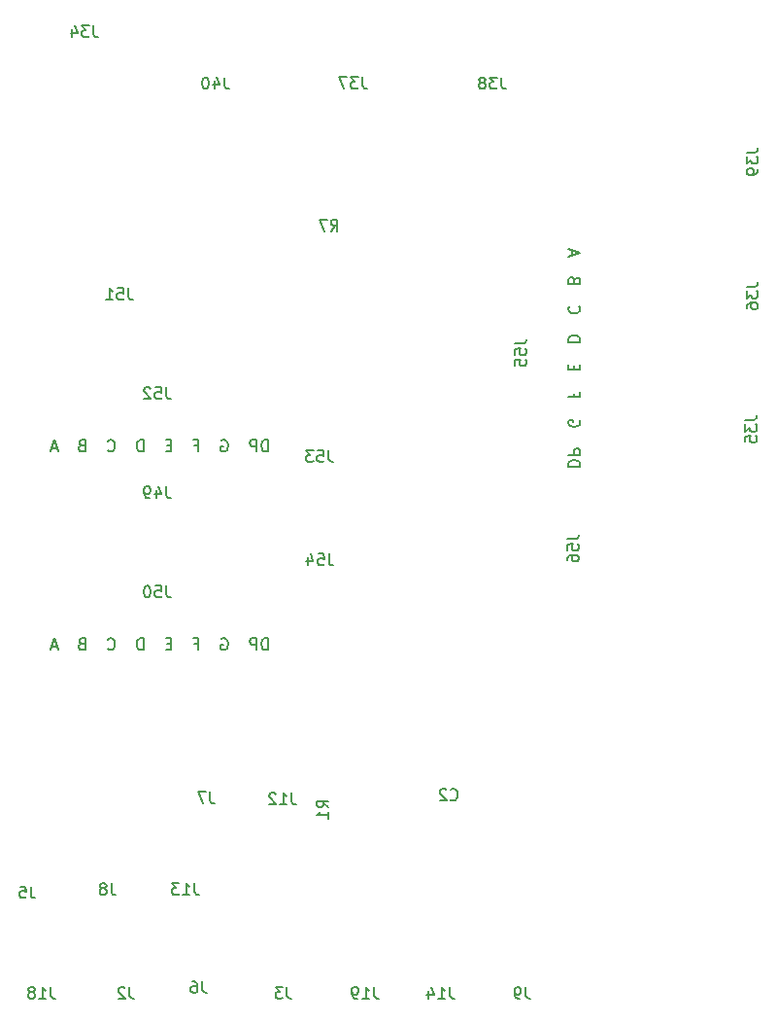
<source format=gbr>
%TF.GenerationSoftware,KiCad,Pcbnew,8.0.3*%
%TF.CreationDate,2024-11-29T12:56:50+10:00*%
%TF.ProjectId,Right Console Output,52696768-7420-4436-9f6e-736f6c65204f,rev?*%
%TF.SameCoordinates,Original*%
%TF.FileFunction,Legend,Bot*%
%TF.FilePolarity,Positive*%
%FSLAX46Y46*%
G04 Gerber Fmt 4.6, Leading zero omitted, Abs format (unit mm)*
G04 Created by KiCad (PCBNEW 8.0.3) date 2024-11-29 12:56:50*
%MOMM*%
%LPD*%
G01*
G04 APERTURE LIST*
%ADD10C,0.150000*%
G04 APERTURE END LIST*
D10*
X162744763Y-75562819D02*
X162744763Y-74562819D01*
X162744763Y-74562819D02*
X162506668Y-74562819D01*
X162506668Y-74562819D02*
X162363811Y-74610438D01*
X162363811Y-74610438D02*
X162268573Y-74705676D01*
X162268573Y-74705676D02*
X162220954Y-74800914D01*
X162220954Y-74800914D02*
X162173335Y-74991390D01*
X162173335Y-74991390D02*
X162173335Y-75134247D01*
X162173335Y-75134247D02*
X162220954Y-75324723D01*
X162220954Y-75324723D02*
X162268573Y-75419961D01*
X162268573Y-75419961D02*
X162363811Y-75515200D01*
X162363811Y-75515200D02*
X162506668Y-75562819D01*
X162506668Y-75562819D02*
X162744763Y-75562819D01*
X161744763Y-75562819D02*
X161744763Y-74562819D01*
X161744763Y-74562819D02*
X161363811Y-74562819D01*
X161363811Y-74562819D02*
X161268573Y-74610438D01*
X161268573Y-74610438D02*
X161220954Y-74658057D01*
X161220954Y-74658057D02*
X161173335Y-74753295D01*
X161173335Y-74753295D02*
X161173335Y-74896152D01*
X161173335Y-74896152D02*
X161220954Y-74991390D01*
X161220954Y-74991390D02*
X161268573Y-75039009D01*
X161268573Y-75039009D02*
X161363811Y-75086628D01*
X161363811Y-75086628D02*
X161744763Y-75086628D01*
X158697144Y-74610438D02*
X158792382Y-74562819D01*
X158792382Y-74562819D02*
X158935239Y-74562819D01*
X158935239Y-74562819D02*
X159078096Y-74610438D01*
X159078096Y-74610438D02*
X159173334Y-74705676D01*
X159173334Y-74705676D02*
X159220953Y-74800914D01*
X159220953Y-74800914D02*
X159268572Y-74991390D01*
X159268572Y-74991390D02*
X159268572Y-75134247D01*
X159268572Y-75134247D02*
X159220953Y-75324723D01*
X159220953Y-75324723D02*
X159173334Y-75419961D01*
X159173334Y-75419961D02*
X159078096Y-75515200D01*
X159078096Y-75515200D02*
X158935239Y-75562819D01*
X158935239Y-75562819D02*
X158840001Y-75562819D01*
X158840001Y-75562819D02*
X158697144Y-75515200D01*
X158697144Y-75515200D02*
X158649525Y-75467580D01*
X158649525Y-75467580D02*
X158649525Y-75134247D01*
X158649525Y-75134247D02*
X158840001Y-75134247D01*
X156363810Y-75039009D02*
X156697143Y-75039009D01*
X156697143Y-75562819D02*
X156697143Y-74562819D01*
X156697143Y-74562819D02*
X156220953Y-74562819D01*
X154316190Y-75039009D02*
X153982857Y-75039009D01*
X153840000Y-75562819D02*
X154316190Y-75562819D01*
X154316190Y-75562819D02*
X154316190Y-74562819D01*
X154316190Y-74562819D02*
X153840000Y-74562819D01*
X151887618Y-75562819D02*
X151887618Y-74562819D01*
X151887618Y-74562819D02*
X151649523Y-74562819D01*
X151649523Y-74562819D02*
X151506666Y-74610438D01*
X151506666Y-74610438D02*
X151411428Y-74705676D01*
X151411428Y-74705676D02*
X151363809Y-74800914D01*
X151363809Y-74800914D02*
X151316190Y-74991390D01*
X151316190Y-74991390D02*
X151316190Y-75134247D01*
X151316190Y-75134247D02*
X151363809Y-75324723D01*
X151363809Y-75324723D02*
X151411428Y-75419961D01*
X151411428Y-75419961D02*
X151506666Y-75515200D01*
X151506666Y-75515200D02*
X151649523Y-75562819D01*
X151649523Y-75562819D02*
X151887618Y-75562819D01*
X148792380Y-75467580D02*
X148839999Y-75515200D01*
X148839999Y-75515200D02*
X148982856Y-75562819D01*
X148982856Y-75562819D02*
X149078094Y-75562819D01*
X149078094Y-75562819D02*
X149220951Y-75515200D01*
X149220951Y-75515200D02*
X149316189Y-75419961D01*
X149316189Y-75419961D02*
X149363808Y-75324723D01*
X149363808Y-75324723D02*
X149411427Y-75134247D01*
X149411427Y-75134247D02*
X149411427Y-74991390D01*
X149411427Y-74991390D02*
X149363808Y-74800914D01*
X149363808Y-74800914D02*
X149316189Y-74705676D01*
X149316189Y-74705676D02*
X149220951Y-74610438D01*
X149220951Y-74610438D02*
X149078094Y-74562819D01*
X149078094Y-74562819D02*
X148982856Y-74562819D01*
X148982856Y-74562819D02*
X148839999Y-74610438D01*
X148839999Y-74610438D02*
X148792380Y-74658057D01*
X146506665Y-75039009D02*
X146363808Y-75086628D01*
X146363808Y-75086628D02*
X146316189Y-75134247D01*
X146316189Y-75134247D02*
X146268570Y-75229485D01*
X146268570Y-75229485D02*
X146268570Y-75372342D01*
X146268570Y-75372342D02*
X146316189Y-75467580D01*
X146316189Y-75467580D02*
X146363808Y-75515200D01*
X146363808Y-75515200D02*
X146459046Y-75562819D01*
X146459046Y-75562819D02*
X146839998Y-75562819D01*
X146839998Y-75562819D02*
X146839998Y-74562819D01*
X146839998Y-74562819D02*
X146506665Y-74562819D01*
X146506665Y-74562819D02*
X146411427Y-74610438D01*
X146411427Y-74610438D02*
X146363808Y-74658057D01*
X146363808Y-74658057D02*
X146316189Y-74753295D01*
X146316189Y-74753295D02*
X146316189Y-74848533D01*
X146316189Y-74848533D02*
X146363808Y-74943771D01*
X146363808Y-74943771D02*
X146411427Y-74991390D01*
X146411427Y-74991390D02*
X146506665Y-75039009D01*
X146506665Y-75039009D02*
X146839998Y-75039009D01*
X144363807Y-75277104D02*
X143887617Y-75277104D01*
X144459045Y-75562819D02*
X144125712Y-74562819D01*
X144125712Y-74562819D02*
X143792379Y-75562819D01*
X162744763Y-92834819D02*
X162744763Y-91834819D01*
X162744763Y-91834819D02*
X162506668Y-91834819D01*
X162506668Y-91834819D02*
X162363811Y-91882438D01*
X162363811Y-91882438D02*
X162268573Y-91977676D01*
X162268573Y-91977676D02*
X162220954Y-92072914D01*
X162220954Y-92072914D02*
X162173335Y-92263390D01*
X162173335Y-92263390D02*
X162173335Y-92406247D01*
X162173335Y-92406247D02*
X162220954Y-92596723D01*
X162220954Y-92596723D02*
X162268573Y-92691961D01*
X162268573Y-92691961D02*
X162363811Y-92787200D01*
X162363811Y-92787200D02*
X162506668Y-92834819D01*
X162506668Y-92834819D02*
X162744763Y-92834819D01*
X161744763Y-92834819D02*
X161744763Y-91834819D01*
X161744763Y-91834819D02*
X161363811Y-91834819D01*
X161363811Y-91834819D02*
X161268573Y-91882438D01*
X161268573Y-91882438D02*
X161220954Y-91930057D01*
X161220954Y-91930057D02*
X161173335Y-92025295D01*
X161173335Y-92025295D02*
X161173335Y-92168152D01*
X161173335Y-92168152D02*
X161220954Y-92263390D01*
X161220954Y-92263390D02*
X161268573Y-92311009D01*
X161268573Y-92311009D02*
X161363811Y-92358628D01*
X161363811Y-92358628D02*
X161744763Y-92358628D01*
X158697144Y-91882438D02*
X158792382Y-91834819D01*
X158792382Y-91834819D02*
X158935239Y-91834819D01*
X158935239Y-91834819D02*
X159078096Y-91882438D01*
X159078096Y-91882438D02*
X159173334Y-91977676D01*
X159173334Y-91977676D02*
X159220953Y-92072914D01*
X159220953Y-92072914D02*
X159268572Y-92263390D01*
X159268572Y-92263390D02*
X159268572Y-92406247D01*
X159268572Y-92406247D02*
X159220953Y-92596723D01*
X159220953Y-92596723D02*
X159173334Y-92691961D01*
X159173334Y-92691961D02*
X159078096Y-92787200D01*
X159078096Y-92787200D02*
X158935239Y-92834819D01*
X158935239Y-92834819D02*
X158840001Y-92834819D01*
X158840001Y-92834819D02*
X158697144Y-92787200D01*
X158697144Y-92787200D02*
X158649525Y-92739580D01*
X158649525Y-92739580D02*
X158649525Y-92406247D01*
X158649525Y-92406247D02*
X158840001Y-92406247D01*
X156363810Y-92311009D02*
X156697143Y-92311009D01*
X156697143Y-92834819D02*
X156697143Y-91834819D01*
X156697143Y-91834819D02*
X156220953Y-91834819D01*
X154316190Y-92311009D02*
X153982857Y-92311009D01*
X153840000Y-92834819D02*
X154316190Y-92834819D01*
X154316190Y-92834819D02*
X154316190Y-91834819D01*
X154316190Y-91834819D02*
X153840000Y-91834819D01*
X151887618Y-92834819D02*
X151887618Y-91834819D01*
X151887618Y-91834819D02*
X151649523Y-91834819D01*
X151649523Y-91834819D02*
X151506666Y-91882438D01*
X151506666Y-91882438D02*
X151411428Y-91977676D01*
X151411428Y-91977676D02*
X151363809Y-92072914D01*
X151363809Y-92072914D02*
X151316190Y-92263390D01*
X151316190Y-92263390D02*
X151316190Y-92406247D01*
X151316190Y-92406247D02*
X151363809Y-92596723D01*
X151363809Y-92596723D02*
X151411428Y-92691961D01*
X151411428Y-92691961D02*
X151506666Y-92787200D01*
X151506666Y-92787200D02*
X151649523Y-92834819D01*
X151649523Y-92834819D02*
X151887618Y-92834819D01*
X148792380Y-92739580D02*
X148839999Y-92787200D01*
X148839999Y-92787200D02*
X148982856Y-92834819D01*
X148982856Y-92834819D02*
X149078094Y-92834819D01*
X149078094Y-92834819D02*
X149220951Y-92787200D01*
X149220951Y-92787200D02*
X149316189Y-92691961D01*
X149316189Y-92691961D02*
X149363808Y-92596723D01*
X149363808Y-92596723D02*
X149411427Y-92406247D01*
X149411427Y-92406247D02*
X149411427Y-92263390D01*
X149411427Y-92263390D02*
X149363808Y-92072914D01*
X149363808Y-92072914D02*
X149316189Y-91977676D01*
X149316189Y-91977676D02*
X149220951Y-91882438D01*
X149220951Y-91882438D02*
X149078094Y-91834819D01*
X149078094Y-91834819D02*
X148982856Y-91834819D01*
X148982856Y-91834819D02*
X148839999Y-91882438D01*
X148839999Y-91882438D02*
X148792380Y-91930057D01*
X146506665Y-92311009D02*
X146363808Y-92358628D01*
X146363808Y-92358628D02*
X146316189Y-92406247D01*
X146316189Y-92406247D02*
X146268570Y-92501485D01*
X146268570Y-92501485D02*
X146268570Y-92644342D01*
X146268570Y-92644342D02*
X146316189Y-92739580D01*
X146316189Y-92739580D02*
X146363808Y-92787200D01*
X146363808Y-92787200D02*
X146459046Y-92834819D01*
X146459046Y-92834819D02*
X146839998Y-92834819D01*
X146839998Y-92834819D02*
X146839998Y-91834819D01*
X146839998Y-91834819D02*
X146506665Y-91834819D01*
X146506665Y-91834819D02*
X146411427Y-91882438D01*
X146411427Y-91882438D02*
X146363808Y-91930057D01*
X146363808Y-91930057D02*
X146316189Y-92025295D01*
X146316189Y-92025295D02*
X146316189Y-92120533D01*
X146316189Y-92120533D02*
X146363808Y-92215771D01*
X146363808Y-92215771D02*
X146411427Y-92263390D01*
X146411427Y-92263390D02*
X146506665Y-92311009D01*
X146506665Y-92311009D02*
X146839998Y-92311009D01*
X144363807Y-92549104D02*
X143887617Y-92549104D01*
X144459045Y-92834819D02*
X144125712Y-91834819D01*
X144125712Y-91834819D02*
X143792379Y-92834819D01*
X188953180Y-76892763D02*
X189953180Y-76892763D01*
X189953180Y-76892763D02*
X189953180Y-76654668D01*
X189953180Y-76654668D02*
X189905561Y-76511811D01*
X189905561Y-76511811D02*
X189810323Y-76416573D01*
X189810323Y-76416573D02*
X189715085Y-76368954D01*
X189715085Y-76368954D02*
X189524609Y-76321335D01*
X189524609Y-76321335D02*
X189381752Y-76321335D01*
X189381752Y-76321335D02*
X189191276Y-76368954D01*
X189191276Y-76368954D02*
X189096038Y-76416573D01*
X189096038Y-76416573D02*
X189000800Y-76511811D01*
X189000800Y-76511811D02*
X188953180Y-76654668D01*
X188953180Y-76654668D02*
X188953180Y-76892763D01*
X188953180Y-75892763D02*
X189953180Y-75892763D01*
X189953180Y-75892763D02*
X189953180Y-75511811D01*
X189953180Y-75511811D02*
X189905561Y-75416573D01*
X189905561Y-75416573D02*
X189857942Y-75368954D01*
X189857942Y-75368954D02*
X189762704Y-75321335D01*
X189762704Y-75321335D02*
X189619847Y-75321335D01*
X189619847Y-75321335D02*
X189524609Y-75368954D01*
X189524609Y-75368954D02*
X189476990Y-75416573D01*
X189476990Y-75416573D02*
X189429371Y-75511811D01*
X189429371Y-75511811D02*
X189429371Y-75892763D01*
X189905561Y-72845144D02*
X189953180Y-72940382D01*
X189953180Y-72940382D02*
X189953180Y-73083239D01*
X189953180Y-73083239D02*
X189905561Y-73226096D01*
X189905561Y-73226096D02*
X189810323Y-73321334D01*
X189810323Y-73321334D02*
X189715085Y-73368953D01*
X189715085Y-73368953D02*
X189524609Y-73416572D01*
X189524609Y-73416572D02*
X189381752Y-73416572D01*
X189381752Y-73416572D02*
X189191276Y-73368953D01*
X189191276Y-73368953D02*
X189096038Y-73321334D01*
X189096038Y-73321334D02*
X189000800Y-73226096D01*
X189000800Y-73226096D02*
X188953180Y-73083239D01*
X188953180Y-73083239D02*
X188953180Y-72988001D01*
X188953180Y-72988001D02*
X189000800Y-72845144D01*
X189000800Y-72845144D02*
X189048419Y-72797525D01*
X189048419Y-72797525D02*
X189381752Y-72797525D01*
X189381752Y-72797525D02*
X189381752Y-72988001D01*
X189476990Y-70511810D02*
X189476990Y-70845143D01*
X188953180Y-70845143D02*
X189953180Y-70845143D01*
X189953180Y-70845143D02*
X189953180Y-70368953D01*
X189476990Y-68464190D02*
X189476990Y-68130857D01*
X188953180Y-67988000D02*
X188953180Y-68464190D01*
X188953180Y-68464190D02*
X189953180Y-68464190D01*
X189953180Y-68464190D02*
X189953180Y-67988000D01*
X188953180Y-66035618D02*
X189953180Y-66035618D01*
X189953180Y-66035618D02*
X189953180Y-65797523D01*
X189953180Y-65797523D02*
X189905561Y-65654666D01*
X189905561Y-65654666D02*
X189810323Y-65559428D01*
X189810323Y-65559428D02*
X189715085Y-65511809D01*
X189715085Y-65511809D02*
X189524609Y-65464190D01*
X189524609Y-65464190D02*
X189381752Y-65464190D01*
X189381752Y-65464190D02*
X189191276Y-65511809D01*
X189191276Y-65511809D02*
X189096038Y-65559428D01*
X189096038Y-65559428D02*
X189000800Y-65654666D01*
X189000800Y-65654666D02*
X188953180Y-65797523D01*
X188953180Y-65797523D02*
X188953180Y-66035618D01*
X189048419Y-62940380D02*
X189000800Y-62987999D01*
X189000800Y-62987999D02*
X188953180Y-63130856D01*
X188953180Y-63130856D02*
X188953180Y-63226094D01*
X188953180Y-63226094D02*
X189000800Y-63368951D01*
X189000800Y-63368951D02*
X189096038Y-63464189D01*
X189096038Y-63464189D02*
X189191276Y-63511808D01*
X189191276Y-63511808D02*
X189381752Y-63559427D01*
X189381752Y-63559427D02*
X189524609Y-63559427D01*
X189524609Y-63559427D02*
X189715085Y-63511808D01*
X189715085Y-63511808D02*
X189810323Y-63464189D01*
X189810323Y-63464189D02*
X189905561Y-63368951D01*
X189905561Y-63368951D02*
X189953180Y-63226094D01*
X189953180Y-63226094D02*
X189953180Y-63130856D01*
X189953180Y-63130856D02*
X189905561Y-62987999D01*
X189905561Y-62987999D02*
X189857942Y-62940380D01*
X189476990Y-60654665D02*
X189429371Y-60511808D01*
X189429371Y-60511808D02*
X189381752Y-60464189D01*
X189381752Y-60464189D02*
X189286514Y-60416570D01*
X189286514Y-60416570D02*
X189143657Y-60416570D01*
X189143657Y-60416570D02*
X189048419Y-60464189D01*
X189048419Y-60464189D02*
X189000800Y-60511808D01*
X189000800Y-60511808D02*
X188953180Y-60607046D01*
X188953180Y-60607046D02*
X188953180Y-60987998D01*
X188953180Y-60987998D02*
X189953180Y-60987998D01*
X189953180Y-60987998D02*
X189953180Y-60654665D01*
X189953180Y-60654665D02*
X189905561Y-60559427D01*
X189905561Y-60559427D02*
X189857942Y-60511808D01*
X189857942Y-60511808D02*
X189762704Y-60464189D01*
X189762704Y-60464189D02*
X189667466Y-60464189D01*
X189667466Y-60464189D02*
X189572228Y-60511808D01*
X189572228Y-60511808D02*
X189524609Y-60559427D01*
X189524609Y-60559427D02*
X189476990Y-60654665D01*
X189476990Y-60654665D02*
X189476990Y-60987998D01*
X189238895Y-58511807D02*
X189238895Y-58035617D01*
X188953180Y-58607045D02*
X189953180Y-58273712D01*
X189953180Y-58273712D02*
X188953180Y-57940379D01*
X184290819Y-66170476D02*
X185005104Y-66170476D01*
X185005104Y-66170476D02*
X185147961Y-66122857D01*
X185147961Y-66122857D02*
X185243200Y-66027619D01*
X185243200Y-66027619D02*
X185290819Y-65884762D01*
X185290819Y-65884762D02*
X185290819Y-65789524D01*
X184290819Y-67122857D02*
X184290819Y-66646667D01*
X184290819Y-66646667D02*
X184767009Y-66599048D01*
X184767009Y-66599048D02*
X184719390Y-66646667D01*
X184719390Y-66646667D02*
X184671771Y-66741905D01*
X184671771Y-66741905D02*
X184671771Y-66980000D01*
X184671771Y-66980000D02*
X184719390Y-67075238D01*
X184719390Y-67075238D02*
X184767009Y-67122857D01*
X184767009Y-67122857D02*
X184862247Y-67170476D01*
X184862247Y-67170476D02*
X185100342Y-67170476D01*
X185100342Y-67170476D02*
X185195580Y-67122857D01*
X185195580Y-67122857D02*
X185243200Y-67075238D01*
X185243200Y-67075238D02*
X185290819Y-66980000D01*
X185290819Y-66980000D02*
X185290819Y-66741905D01*
X185290819Y-66741905D02*
X185243200Y-66646667D01*
X185243200Y-66646667D02*
X185195580Y-66599048D01*
X184290819Y-68075238D02*
X184290819Y-67599048D01*
X184290819Y-67599048D02*
X184767009Y-67551429D01*
X184767009Y-67551429D02*
X184719390Y-67599048D01*
X184719390Y-67599048D02*
X184671771Y-67694286D01*
X184671771Y-67694286D02*
X184671771Y-67932381D01*
X184671771Y-67932381D02*
X184719390Y-68027619D01*
X184719390Y-68027619D02*
X184767009Y-68075238D01*
X184767009Y-68075238D02*
X184862247Y-68122857D01*
X184862247Y-68122857D02*
X185100342Y-68122857D01*
X185100342Y-68122857D02*
X185195580Y-68075238D01*
X185195580Y-68075238D02*
X185243200Y-68027619D01*
X185243200Y-68027619D02*
X185290819Y-67932381D01*
X185290819Y-67932381D02*
X185290819Y-67694286D01*
X185290819Y-67694286D02*
X185243200Y-67599048D01*
X185243200Y-67599048D02*
X185195580Y-67551429D01*
X204366819Y-72825476D02*
X205081104Y-72825476D01*
X205081104Y-72825476D02*
X205223961Y-72777857D01*
X205223961Y-72777857D02*
X205319200Y-72682619D01*
X205319200Y-72682619D02*
X205366819Y-72539762D01*
X205366819Y-72539762D02*
X205366819Y-72444524D01*
X204366819Y-73206429D02*
X204366819Y-73825476D01*
X204366819Y-73825476D02*
X204747771Y-73492143D01*
X204747771Y-73492143D02*
X204747771Y-73635000D01*
X204747771Y-73635000D02*
X204795390Y-73730238D01*
X204795390Y-73730238D02*
X204843009Y-73777857D01*
X204843009Y-73777857D02*
X204938247Y-73825476D01*
X204938247Y-73825476D02*
X205176342Y-73825476D01*
X205176342Y-73825476D02*
X205271580Y-73777857D01*
X205271580Y-73777857D02*
X205319200Y-73730238D01*
X205319200Y-73730238D02*
X205366819Y-73635000D01*
X205366819Y-73635000D02*
X205366819Y-73349286D01*
X205366819Y-73349286D02*
X205319200Y-73254048D01*
X205319200Y-73254048D02*
X205271580Y-73206429D01*
X204366819Y-74730238D02*
X204366819Y-74254048D01*
X204366819Y-74254048D02*
X204843009Y-74206429D01*
X204843009Y-74206429D02*
X204795390Y-74254048D01*
X204795390Y-74254048D02*
X204747771Y-74349286D01*
X204747771Y-74349286D02*
X204747771Y-74587381D01*
X204747771Y-74587381D02*
X204795390Y-74682619D01*
X204795390Y-74682619D02*
X204843009Y-74730238D01*
X204843009Y-74730238D02*
X204938247Y-74777857D01*
X204938247Y-74777857D02*
X205176342Y-74777857D01*
X205176342Y-74777857D02*
X205271580Y-74730238D01*
X205271580Y-74730238D02*
X205319200Y-74682619D01*
X205319200Y-74682619D02*
X205366819Y-74587381D01*
X205366819Y-74587381D02*
X205366819Y-74349286D01*
X205366819Y-74349286D02*
X205319200Y-74254048D01*
X205319200Y-74254048D02*
X205271580Y-74206429D01*
X164809523Y-105296819D02*
X164809523Y-106011104D01*
X164809523Y-106011104D02*
X164857142Y-106153961D01*
X164857142Y-106153961D02*
X164952380Y-106249200D01*
X164952380Y-106249200D02*
X165095237Y-106296819D01*
X165095237Y-106296819D02*
X165190475Y-106296819D01*
X163809523Y-106296819D02*
X164380951Y-106296819D01*
X164095237Y-106296819D02*
X164095237Y-105296819D01*
X164095237Y-105296819D02*
X164190475Y-105439676D01*
X164190475Y-105439676D02*
X164285713Y-105534914D01*
X164285713Y-105534914D02*
X164380951Y-105582533D01*
X163428570Y-105392057D02*
X163380951Y-105344438D01*
X163380951Y-105344438D02*
X163285713Y-105296819D01*
X163285713Y-105296819D02*
X163047618Y-105296819D01*
X163047618Y-105296819D02*
X162952380Y-105344438D01*
X162952380Y-105344438D02*
X162904761Y-105392057D01*
X162904761Y-105392057D02*
X162857142Y-105487295D01*
X162857142Y-105487295D02*
X162857142Y-105582533D01*
X162857142Y-105582533D02*
X162904761Y-105725390D01*
X162904761Y-105725390D02*
X163476189Y-106296819D01*
X163476189Y-106296819D02*
X162857142Y-106296819D01*
X204474819Y-49527476D02*
X205189104Y-49527476D01*
X205189104Y-49527476D02*
X205331961Y-49479857D01*
X205331961Y-49479857D02*
X205427200Y-49384619D01*
X205427200Y-49384619D02*
X205474819Y-49241762D01*
X205474819Y-49241762D02*
X205474819Y-49146524D01*
X204474819Y-49908429D02*
X204474819Y-50527476D01*
X204474819Y-50527476D02*
X204855771Y-50194143D01*
X204855771Y-50194143D02*
X204855771Y-50337000D01*
X204855771Y-50337000D02*
X204903390Y-50432238D01*
X204903390Y-50432238D02*
X204951009Y-50479857D01*
X204951009Y-50479857D02*
X205046247Y-50527476D01*
X205046247Y-50527476D02*
X205284342Y-50527476D01*
X205284342Y-50527476D02*
X205379580Y-50479857D01*
X205379580Y-50479857D02*
X205427200Y-50432238D01*
X205427200Y-50432238D02*
X205474819Y-50337000D01*
X205474819Y-50337000D02*
X205474819Y-50051286D01*
X205474819Y-50051286D02*
X205427200Y-49956048D01*
X205427200Y-49956048D02*
X205379580Y-49908429D01*
X205474819Y-51003667D02*
X205474819Y-51194143D01*
X205474819Y-51194143D02*
X205427200Y-51289381D01*
X205427200Y-51289381D02*
X205379580Y-51337000D01*
X205379580Y-51337000D02*
X205236723Y-51432238D01*
X205236723Y-51432238D02*
X205046247Y-51479857D01*
X205046247Y-51479857D02*
X204665295Y-51479857D01*
X204665295Y-51479857D02*
X204570057Y-51432238D01*
X204570057Y-51432238D02*
X204522438Y-51384619D01*
X204522438Y-51384619D02*
X204474819Y-51289381D01*
X204474819Y-51289381D02*
X204474819Y-51098905D01*
X204474819Y-51098905D02*
X204522438Y-51003667D01*
X204522438Y-51003667D02*
X204570057Y-50956048D01*
X204570057Y-50956048D02*
X204665295Y-50908429D01*
X204665295Y-50908429D02*
X204903390Y-50908429D01*
X204903390Y-50908429D02*
X204998628Y-50956048D01*
X204998628Y-50956048D02*
X205046247Y-51003667D01*
X205046247Y-51003667D02*
X205093866Y-51098905D01*
X205093866Y-51098905D02*
X205093866Y-51289381D01*
X205093866Y-51289381D02*
X205046247Y-51384619D01*
X205046247Y-51384619D02*
X204998628Y-51432238D01*
X204998628Y-51432238D02*
X204903390Y-51479857D01*
X168039523Y-75474819D02*
X168039523Y-76189104D01*
X168039523Y-76189104D02*
X168087142Y-76331961D01*
X168087142Y-76331961D02*
X168182380Y-76427200D01*
X168182380Y-76427200D02*
X168325237Y-76474819D01*
X168325237Y-76474819D02*
X168420475Y-76474819D01*
X167087142Y-75474819D02*
X167563332Y-75474819D01*
X167563332Y-75474819D02*
X167610951Y-75951009D01*
X167610951Y-75951009D02*
X167563332Y-75903390D01*
X167563332Y-75903390D02*
X167468094Y-75855771D01*
X167468094Y-75855771D02*
X167229999Y-75855771D01*
X167229999Y-75855771D02*
X167134761Y-75903390D01*
X167134761Y-75903390D02*
X167087142Y-75951009D01*
X167087142Y-75951009D02*
X167039523Y-76046247D01*
X167039523Y-76046247D02*
X167039523Y-76284342D01*
X167039523Y-76284342D02*
X167087142Y-76379580D01*
X167087142Y-76379580D02*
X167134761Y-76427200D01*
X167134761Y-76427200D02*
X167229999Y-76474819D01*
X167229999Y-76474819D02*
X167468094Y-76474819D01*
X167468094Y-76474819D02*
X167563332Y-76427200D01*
X167563332Y-76427200D02*
X167610951Y-76379580D01*
X166706189Y-75474819D02*
X166087142Y-75474819D01*
X166087142Y-75474819D02*
X166420475Y-75855771D01*
X166420475Y-75855771D02*
X166277618Y-75855771D01*
X166277618Y-75855771D02*
X166182380Y-75903390D01*
X166182380Y-75903390D02*
X166134761Y-75951009D01*
X166134761Y-75951009D02*
X166087142Y-76046247D01*
X166087142Y-76046247D02*
X166087142Y-76284342D01*
X166087142Y-76284342D02*
X166134761Y-76379580D01*
X166134761Y-76379580D02*
X166182380Y-76427200D01*
X166182380Y-76427200D02*
X166277618Y-76474819D01*
X166277618Y-76474819D02*
X166563332Y-76474819D01*
X166563332Y-76474819D02*
X166658570Y-76427200D01*
X166658570Y-76427200D02*
X166706189Y-76379580D01*
X150593523Y-61354819D02*
X150593523Y-62069104D01*
X150593523Y-62069104D02*
X150641142Y-62211961D01*
X150641142Y-62211961D02*
X150736380Y-62307200D01*
X150736380Y-62307200D02*
X150879237Y-62354819D01*
X150879237Y-62354819D02*
X150974475Y-62354819D01*
X149641142Y-61354819D02*
X150117332Y-61354819D01*
X150117332Y-61354819D02*
X150164951Y-61831009D01*
X150164951Y-61831009D02*
X150117332Y-61783390D01*
X150117332Y-61783390D02*
X150022094Y-61735771D01*
X150022094Y-61735771D02*
X149783999Y-61735771D01*
X149783999Y-61735771D02*
X149688761Y-61783390D01*
X149688761Y-61783390D02*
X149641142Y-61831009D01*
X149641142Y-61831009D02*
X149593523Y-61926247D01*
X149593523Y-61926247D02*
X149593523Y-62164342D01*
X149593523Y-62164342D02*
X149641142Y-62259580D01*
X149641142Y-62259580D02*
X149688761Y-62307200D01*
X149688761Y-62307200D02*
X149783999Y-62354819D01*
X149783999Y-62354819D02*
X150022094Y-62354819D01*
X150022094Y-62354819D02*
X150117332Y-62307200D01*
X150117332Y-62307200D02*
X150164951Y-62259580D01*
X148641142Y-62354819D02*
X149212570Y-62354819D01*
X148926856Y-62354819D02*
X148926856Y-61354819D01*
X148926856Y-61354819D02*
X149022094Y-61497676D01*
X149022094Y-61497676D02*
X149117332Y-61592914D01*
X149117332Y-61592914D02*
X149212570Y-61640533D01*
X143809523Y-122216819D02*
X143809523Y-122931104D01*
X143809523Y-122931104D02*
X143857142Y-123073961D01*
X143857142Y-123073961D02*
X143952380Y-123169200D01*
X143952380Y-123169200D02*
X144095237Y-123216819D01*
X144095237Y-123216819D02*
X144190475Y-123216819D01*
X142809523Y-123216819D02*
X143380951Y-123216819D01*
X143095237Y-123216819D02*
X143095237Y-122216819D01*
X143095237Y-122216819D02*
X143190475Y-122359676D01*
X143190475Y-122359676D02*
X143285713Y-122454914D01*
X143285713Y-122454914D02*
X143380951Y-122502533D01*
X142238094Y-122645390D02*
X142333332Y-122597771D01*
X142333332Y-122597771D02*
X142380951Y-122550152D01*
X142380951Y-122550152D02*
X142428570Y-122454914D01*
X142428570Y-122454914D02*
X142428570Y-122407295D01*
X142428570Y-122407295D02*
X142380951Y-122312057D01*
X142380951Y-122312057D02*
X142333332Y-122264438D01*
X142333332Y-122264438D02*
X142238094Y-122216819D01*
X142238094Y-122216819D02*
X142047618Y-122216819D01*
X142047618Y-122216819D02*
X141952380Y-122264438D01*
X141952380Y-122264438D02*
X141904761Y-122312057D01*
X141904761Y-122312057D02*
X141857142Y-122407295D01*
X141857142Y-122407295D02*
X141857142Y-122454914D01*
X141857142Y-122454914D02*
X141904761Y-122550152D01*
X141904761Y-122550152D02*
X141952380Y-122597771D01*
X141952380Y-122597771D02*
X142047618Y-122645390D01*
X142047618Y-122645390D02*
X142238094Y-122645390D01*
X142238094Y-122645390D02*
X142333332Y-122693009D01*
X142333332Y-122693009D02*
X142380951Y-122740628D01*
X142380951Y-122740628D02*
X142428570Y-122835866D01*
X142428570Y-122835866D02*
X142428570Y-123026342D01*
X142428570Y-123026342D02*
X142380951Y-123121580D01*
X142380951Y-123121580D02*
X142333332Y-123169200D01*
X142333332Y-123169200D02*
X142238094Y-123216819D01*
X142238094Y-123216819D02*
X142047618Y-123216819D01*
X142047618Y-123216819D02*
X141952380Y-123169200D01*
X141952380Y-123169200D02*
X141904761Y-123121580D01*
X141904761Y-123121580D02*
X141857142Y-123026342D01*
X141857142Y-123026342D02*
X141857142Y-122835866D01*
X141857142Y-122835866D02*
X141904761Y-122740628D01*
X141904761Y-122740628D02*
X141952380Y-122693009D01*
X141952380Y-122693009D02*
X142047618Y-122645390D01*
X153895523Y-78626819D02*
X153895523Y-79341104D01*
X153895523Y-79341104D02*
X153943142Y-79483961D01*
X153943142Y-79483961D02*
X154038380Y-79579200D01*
X154038380Y-79579200D02*
X154181237Y-79626819D01*
X154181237Y-79626819D02*
X154276475Y-79626819D01*
X152990761Y-78960152D02*
X152990761Y-79626819D01*
X153228856Y-78579200D02*
X153466951Y-79293485D01*
X153466951Y-79293485D02*
X152847904Y-79293485D01*
X152419332Y-79626819D02*
X152228856Y-79626819D01*
X152228856Y-79626819D02*
X152133618Y-79579200D01*
X152133618Y-79579200D02*
X152085999Y-79531580D01*
X152085999Y-79531580D02*
X151990761Y-79388723D01*
X151990761Y-79388723D02*
X151943142Y-79198247D01*
X151943142Y-79198247D02*
X151943142Y-78817295D01*
X151943142Y-78817295D02*
X151990761Y-78722057D01*
X151990761Y-78722057D02*
X152038380Y-78674438D01*
X152038380Y-78674438D02*
X152133618Y-78626819D01*
X152133618Y-78626819D02*
X152324094Y-78626819D01*
X152324094Y-78626819D02*
X152419332Y-78674438D01*
X152419332Y-78674438D02*
X152466951Y-78722057D01*
X152466951Y-78722057D02*
X152514570Y-78817295D01*
X152514570Y-78817295D02*
X152514570Y-79055390D01*
X152514570Y-79055390D02*
X152466951Y-79150628D01*
X152466951Y-79150628D02*
X152419332Y-79198247D01*
X152419332Y-79198247D02*
X152324094Y-79245866D01*
X152324094Y-79245866D02*
X152133618Y-79245866D01*
X152133618Y-79245866D02*
X152038380Y-79198247D01*
X152038380Y-79198247D02*
X151990761Y-79150628D01*
X151990761Y-79150628D02*
X151943142Y-79055390D01*
X178607523Y-122216819D02*
X178607523Y-122931104D01*
X178607523Y-122931104D02*
X178655142Y-123073961D01*
X178655142Y-123073961D02*
X178750380Y-123169200D01*
X178750380Y-123169200D02*
X178893237Y-123216819D01*
X178893237Y-123216819D02*
X178988475Y-123216819D01*
X177607523Y-123216819D02*
X178178951Y-123216819D01*
X177893237Y-123216819D02*
X177893237Y-122216819D01*
X177893237Y-122216819D02*
X177988475Y-122359676D01*
X177988475Y-122359676D02*
X178083713Y-122454914D01*
X178083713Y-122454914D02*
X178178951Y-122502533D01*
X176750380Y-122550152D02*
X176750380Y-123216819D01*
X176988475Y-122169200D02*
X177226570Y-122883485D01*
X177226570Y-122883485D02*
X176607523Y-122883485D01*
X185243333Y-122216819D02*
X185243333Y-122931104D01*
X185243333Y-122931104D02*
X185290952Y-123073961D01*
X185290952Y-123073961D02*
X185386190Y-123169200D01*
X185386190Y-123169200D02*
X185529047Y-123216819D01*
X185529047Y-123216819D02*
X185624285Y-123216819D01*
X184719523Y-123216819D02*
X184529047Y-123216819D01*
X184529047Y-123216819D02*
X184433809Y-123169200D01*
X184433809Y-123169200D02*
X184386190Y-123121580D01*
X184386190Y-123121580D02*
X184290952Y-122978723D01*
X184290952Y-122978723D02*
X184243333Y-122788247D01*
X184243333Y-122788247D02*
X184243333Y-122407295D01*
X184243333Y-122407295D02*
X184290952Y-122312057D01*
X184290952Y-122312057D02*
X184338571Y-122264438D01*
X184338571Y-122264438D02*
X184433809Y-122216819D01*
X184433809Y-122216819D02*
X184624285Y-122216819D01*
X184624285Y-122216819D02*
X184719523Y-122264438D01*
X184719523Y-122264438D02*
X184767142Y-122312057D01*
X184767142Y-122312057D02*
X184814761Y-122407295D01*
X184814761Y-122407295D02*
X184814761Y-122645390D01*
X184814761Y-122645390D02*
X184767142Y-122740628D01*
X184767142Y-122740628D02*
X184719523Y-122788247D01*
X184719523Y-122788247D02*
X184624285Y-122835866D01*
X184624285Y-122835866D02*
X184433809Y-122835866D01*
X184433809Y-122835866D02*
X184338571Y-122788247D01*
X184338571Y-122788247D02*
X184290952Y-122740628D01*
X184290952Y-122740628D02*
X184243333Y-122645390D01*
X158982523Y-42994819D02*
X158982523Y-43709104D01*
X158982523Y-43709104D02*
X159030142Y-43851961D01*
X159030142Y-43851961D02*
X159125380Y-43947200D01*
X159125380Y-43947200D02*
X159268237Y-43994819D01*
X159268237Y-43994819D02*
X159363475Y-43994819D01*
X158077761Y-43328152D02*
X158077761Y-43994819D01*
X158315856Y-42947200D02*
X158553951Y-43661485D01*
X158553951Y-43661485D02*
X157934904Y-43661485D01*
X157363475Y-42994819D02*
X157268237Y-42994819D01*
X157268237Y-42994819D02*
X157172999Y-43042438D01*
X157172999Y-43042438D02*
X157125380Y-43090057D01*
X157125380Y-43090057D02*
X157077761Y-43185295D01*
X157077761Y-43185295D02*
X157030142Y-43375771D01*
X157030142Y-43375771D02*
X157030142Y-43613866D01*
X157030142Y-43613866D02*
X157077761Y-43804342D01*
X157077761Y-43804342D02*
X157125380Y-43899580D01*
X157125380Y-43899580D02*
X157172999Y-43947200D01*
X157172999Y-43947200D02*
X157268237Y-43994819D01*
X157268237Y-43994819D02*
X157363475Y-43994819D01*
X157363475Y-43994819D02*
X157458713Y-43947200D01*
X157458713Y-43947200D02*
X157506332Y-43899580D01*
X157506332Y-43899580D02*
X157553951Y-43804342D01*
X157553951Y-43804342D02*
X157601570Y-43613866D01*
X157601570Y-43613866D02*
X157601570Y-43375771D01*
X157601570Y-43375771D02*
X157553951Y-43185295D01*
X157553951Y-43185295D02*
X157506332Y-43090057D01*
X157506332Y-43090057D02*
X157458713Y-43042438D01*
X157458713Y-43042438D02*
X157363475Y-42994819D01*
X153895523Y-69990819D02*
X153895523Y-70705104D01*
X153895523Y-70705104D02*
X153943142Y-70847961D01*
X153943142Y-70847961D02*
X154038380Y-70943200D01*
X154038380Y-70943200D02*
X154181237Y-70990819D01*
X154181237Y-70990819D02*
X154276475Y-70990819D01*
X152943142Y-69990819D02*
X153419332Y-69990819D01*
X153419332Y-69990819D02*
X153466951Y-70467009D01*
X153466951Y-70467009D02*
X153419332Y-70419390D01*
X153419332Y-70419390D02*
X153324094Y-70371771D01*
X153324094Y-70371771D02*
X153085999Y-70371771D01*
X153085999Y-70371771D02*
X152990761Y-70419390D01*
X152990761Y-70419390D02*
X152943142Y-70467009D01*
X152943142Y-70467009D02*
X152895523Y-70562247D01*
X152895523Y-70562247D02*
X152895523Y-70800342D01*
X152895523Y-70800342D02*
X152943142Y-70895580D01*
X152943142Y-70895580D02*
X152990761Y-70943200D01*
X152990761Y-70943200D02*
X153085999Y-70990819D01*
X153085999Y-70990819D02*
X153324094Y-70990819D01*
X153324094Y-70990819D02*
X153419332Y-70943200D01*
X153419332Y-70943200D02*
X153466951Y-70895580D01*
X152514570Y-70086057D02*
X152466951Y-70038438D01*
X152466951Y-70038438D02*
X152371713Y-69990819D01*
X152371713Y-69990819D02*
X152133618Y-69990819D01*
X152133618Y-69990819D02*
X152038380Y-70038438D01*
X152038380Y-70038438D02*
X151990761Y-70086057D01*
X151990761Y-70086057D02*
X151943142Y-70181295D01*
X151943142Y-70181295D02*
X151943142Y-70276533D01*
X151943142Y-70276533D02*
X151990761Y-70419390D01*
X151990761Y-70419390D02*
X152562189Y-70990819D01*
X152562189Y-70990819D02*
X151943142Y-70990819D01*
X172003523Y-122216819D02*
X172003523Y-122931104D01*
X172003523Y-122931104D02*
X172051142Y-123073961D01*
X172051142Y-123073961D02*
X172146380Y-123169200D01*
X172146380Y-123169200D02*
X172289237Y-123216819D01*
X172289237Y-123216819D02*
X172384475Y-123216819D01*
X171003523Y-123216819D02*
X171574951Y-123216819D01*
X171289237Y-123216819D02*
X171289237Y-122216819D01*
X171289237Y-122216819D02*
X171384475Y-122359676D01*
X171384475Y-122359676D02*
X171479713Y-122454914D01*
X171479713Y-122454914D02*
X171574951Y-122502533D01*
X170527332Y-123216819D02*
X170336856Y-123216819D01*
X170336856Y-123216819D02*
X170241618Y-123169200D01*
X170241618Y-123169200D02*
X170193999Y-123121580D01*
X170193999Y-123121580D02*
X170098761Y-122978723D01*
X170098761Y-122978723D02*
X170051142Y-122788247D01*
X170051142Y-122788247D02*
X170051142Y-122407295D01*
X170051142Y-122407295D02*
X170098761Y-122312057D01*
X170098761Y-122312057D02*
X170146380Y-122264438D01*
X170146380Y-122264438D02*
X170241618Y-122216819D01*
X170241618Y-122216819D02*
X170432094Y-122216819D01*
X170432094Y-122216819D02*
X170527332Y-122264438D01*
X170527332Y-122264438D02*
X170574951Y-122312057D01*
X170574951Y-122312057D02*
X170622570Y-122407295D01*
X170622570Y-122407295D02*
X170622570Y-122645390D01*
X170622570Y-122645390D02*
X170574951Y-122740628D01*
X170574951Y-122740628D02*
X170527332Y-122788247D01*
X170527332Y-122788247D02*
X170432094Y-122835866D01*
X170432094Y-122835866D02*
X170241618Y-122835866D01*
X170241618Y-122835866D02*
X170146380Y-122788247D01*
X170146380Y-122788247D02*
X170098761Y-122740628D01*
X170098761Y-122740628D02*
X170051142Y-122645390D01*
X168034819Y-106563333D02*
X167558628Y-106230000D01*
X168034819Y-105991905D02*
X167034819Y-105991905D01*
X167034819Y-105991905D02*
X167034819Y-106372857D01*
X167034819Y-106372857D02*
X167082438Y-106468095D01*
X167082438Y-106468095D02*
X167130057Y-106515714D01*
X167130057Y-106515714D02*
X167225295Y-106563333D01*
X167225295Y-106563333D02*
X167368152Y-106563333D01*
X167368152Y-106563333D02*
X167463390Y-106515714D01*
X167463390Y-106515714D02*
X167511009Y-106468095D01*
X167511009Y-106468095D02*
X167558628Y-106372857D01*
X167558628Y-106372857D02*
X167558628Y-105991905D01*
X168034819Y-107515714D02*
X168034819Y-106944286D01*
X168034819Y-107230000D02*
X167034819Y-107230000D01*
X167034819Y-107230000D02*
X167177676Y-107134762D01*
X167177676Y-107134762D02*
X167272914Y-107039524D01*
X167272914Y-107039524D02*
X167320533Y-106944286D01*
X147545523Y-38494819D02*
X147545523Y-39209104D01*
X147545523Y-39209104D02*
X147593142Y-39351961D01*
X147593142Y-39351961D02*
X147688380Y-39447200D01*
X147688380Y-39447200D02*
X147831237Y-39494819D01*
X147831237Y-39494819D02*
X147926475Y-39494819D01*
X147164570Y-38494819D02*
X146545523Y-38494819D01*
X146545523Y-38494819D02*
X146878856Y-38875771D01*
X146878856Y-38875771D02*
X146735999Y-38875771D01*
X146735999Y-38875771D02*
X146640761Y-38923390D01*
X146640761Y-38923390D02*
X146593142Y-38971009D01*
X146593142Y-38971009D02*
X146545523Y-39066247D01*
X146545523Y-39066247D02*
X146545523Y-39304342D01*
X146545523Y-39304342D02*
X146593142Y-39399580D01*
X146593142Y-39399580D02*
X146640761Y-39447200D01*
X146640761Y-39447200D02*
X146735999Y-39494819D01*
X146735999Y-39494819D02*
X147021713Y-39494819D01*
X147021713Y-39494819D02*
X147116951Y-39447200D01*
X147116951Y-39447200D02*
X147164570Y-39399580D01*
X145688380Y-38828152D02*
X145688380Y-39494819D01*
X145926475Y-38447200D02*
X146164570Y-39161485D01*
X146164570Y-39161485D02*
X145545523Y-39161485D01*
X149099333Y-113168819D02*
X149099333Y-113883104D01*
X149099333Y-113883104D02*
X149146952Y-114025961D01*
X149146952Y-114025961D02*
X149242190Y-114121200D01*
X149242190Y-114121200D02*
X149385047Y-114168819D01*
X149385047Y-114168819D02*
X149480285Y-114168819D01*
X148480285Y-113597390D02*
X148575523Y-113549771D01*
X148575523Y-113549771D02*
X148623142Y-113502152D01*
X148623142Y-113502152D02*
X148670761Y-113406914D01*
X148670761Y-113406914D02*
X148670761Y-113359295D01*
X148670761Y-113359295D02*
X148623142Y-113264057D01*
X148623142Y-113264057D02*
X148575523Y-113216438D01*
X148575523Y-113216438D02*
X148480285Y-113168819D01*
X148480285Y-113168819D02*
X148289809Y-113168819D01*
X148289809Y-113168819D02*
X148194571Y-113216438D01*
X148194571Y-113216438D02*
X148146952Y-113264057D01*
X148146952Y-113264057D02*
X148099333Y-113359295D01*
X148099333Y-113359295D02*
X148099333Y-113406914D01*
X148099333Y-113406914D02*
X148146952Y-113502152D01*
X148146952Y-113502152D02*
X148194571Y-113549771D01*
X148194571Y-113549771D02*
X148289809Y-113597390D01*
X148289809Y-113597390D02*
X148480285Y-113597390D01*
X148480285Y-113597390D02*
X148575523Y-113645009D01*
X148575523Y-113645009D02*
X148623142Y-113692628D01*
X148623142Y-113692628D02*
X148670761Y-113787866D01*
X148670761Y-113787866D02*
X148670761Y-113978342D01*
X148670761Y-113978342D02*
X148623142Y-114073580D01*
X148623142Y-114073580D02*
X148575523Y-114121200D01*
X148575523Y-114121200D02*
X148480285Y-114168819D01*
X148480285Y-114168819D02*
X148289809Y-114168819D01*
X148289809Y-114168819D02*
X148194571Y-114121200D01*
X148194571Y-114121200D02*
X148146952Y-114073580D01*
X148146952Y-114073580D02*
X148099333Y-113978342D01*
X148099333Y-113978342D02*
X148099333Y-113787866D01*
X148099333Y-113787866D02*
X148146952Y-113692628D01*
X148146952Y-113692628D02*
X148194571Y-113645009D01*
X148194571Y-113645009D02*
X148289809Y-113597390D01*
X142087333Y-113446819D02*
X142087333Y-114161104D01*
X142087333Y-114161104D02*
X142134952Y-114303961D01*
X142134952Y-114303961D02*
X142230190Y-114399200D01*
X142230190Y-114399200D02*
X142373047Y-114446819D01*
X142373047Y-114446819D02*
X142468285Y-114446819D01*
X141134952Y-113446819D02*
X141611142Y-113446819D01*
X141611142Y-113446819D02*
X141658761Y-113923009D01*
X141658761Y-113923009D02*
X141611142Y-113875390D01*
X141611142Y-113875390D02*
X141515904Y-113827771D01*
X141515904Y-113827771D02*
X141277809Y-113827771D01*
X141277809Y-113827771D02*
X141182571Y-113875390D01*
X141182571Y-113875390D02*
X141134952Y-113923009D01*
X141134952Y-113923009D02*
X141087333Y-114018247D01*
X141087333Y-114018247D02*
X141087333Y-114256342D01*
X141087333Y-114256342D02*
X141134952Y-114351580D01*
X141134952Y-114351580D02*
X141182571Y-114399200D01*
X141182571Y-114399200D02*
X141277809Y-114446819D01*
X141277809Y-114446819D02*
X141515904Y-114446819D01*
X141515904Y-114446819D02*
X141611142Y-114399200D01*
X141611142Y-114399200D02*
X141658761Y-114351580D01*
X157031333Y-121708819D02*
X157031333Y-122423104D01*
X157031333Y-122423104D02*
X157078952Y-122565961D01*
X157078952Y-122565961D02*
X157174190Y-122661200D01*
X157174190Y-122661200D02*
X157317047Y-122708819D01*
X157317047Y-122708819D02*
X157412285Y-122708819D01*
X156126571Y-121708819D02*
X156317047Y-121708819D01*
X156317047Y-121708819D02*
X156412285Y-121756438D01*
X156412285Y-121756438D02*
X156459904Y-121804057D01*
X156459904Y-121804057D02*
X156555142Y-121946914D01*
X156555142Y-121946914D02*
X156602761Y-122137390D01*
X156602761Y-122137390D02*
X156602761Y-122518342D01*
X156602761Y-122518342D02*
X156555142Y-122613580D01*
X156555142Y-122613580D02*
X156507523Y-122661200D01*
X156507523Y-122661200D02*
X156412285Y-122708819D01*
X156412285Y-122708819D02*
X156221809Y-122708819D01*
X156221809Y-122708819D02*
X156126571Y-122661200D01*
X156126571Y-122661200D02*
X156078952Y-122613580D01*
X156078952Y-122613580D02*
X156031333Y-122518342D01*
X156031333Y-122518342D02*
X156031333Y-122280247D01*
X156031333Y-122280247D02*
X156078952Y-122185009D01*
X156078952Y-122185009D02*
X156126571Y-122137390D01*
X156126571Y-122137390D02*
X156221809Y-122089771D01*
X156221809Y-122089771D02*
X156412285Y-122089771D01*
X156412285Y-122089771D02*
X156507523Y-122137390D01*
X156507523Y-122137390D02*
X156555142Y-122185009D01*
X156555142Y-122185009D02*
X156602761Y-122280247D01*
X164415333Y-122216819D02*
X164415333Y-122931104D01*
X164415333Y-122931104D02*
X164462952Y-123073961D01*
X164462952Y-123073961D02*
X164558190Y-123169200D01*
X164558190Y-123169200D02*
X164701047Y-123216819D01*
X164701047Y-123216819D02*
X164796285Y-123216819D01*
X164034380Y-122216819D02*
X163415333Y-122216819D01*
X163415333Y-122216819D02*
X163748666Y-122597771D01*
X163748666Y-122597771D02*
X163605809Y-122597771D01*
X163605809Y-122597771D02*
X163510571Y-122645390D01*
X163510571Y-122645390D02*
X163462952Y-122693009D01*
X163462952Y-122693009D02*
X163415333Y-122788247D01*
X163415333Y-122788247D02*
X163415333Y-123026342D01*
X163415333Y-123026342D02*
X163462952Y-123121580D01*
X163462952Y-123121580D02*
X163510571Y-123169200D01*
X163510571Y-123169200D02*
X163605809Y-123216819D01*
X163605809Y-123216819D02*
X163891523Y-123216819D01*
X163891523Y-123216819D02*
X163986761Y-123169200D01*
X163986761Y-123169200D02*
X164034380Y-123121580D01*
X150699333Y-122216819D02*
X150699333Y-122931104D01*
X150699333Y-122931104D02*
X150746952Y-123073961D01*
X150746952Y-123073961D02*
X150842190Y-123169200D01*
X150842190Y-123169200D02*
X150985047Y-123216819D01*
X150985047Y-123216819D02*
X151080285Y-123216819D01*
X150270761Y-122312057D02*
X150223142Y-122264438D01*
X150223142Y-122264438D02*
X150127904Y-122216819D01*
X150127904Y-122216819D02*
X149889809Y-122216819D01*
X149889809Y-122216819D02*
X149794571Y-122264438D01*
X149794571Y-122264438D02*
X149746952Y-122312057D01*
X149746952Y-122312057D02*
X149699333Y-122407295D01*
X149699333Y-122407295D02*
X149699333Y-122502533D01*
X149699333Y-122502533D02*
X149746952Y-122645390D01*
X149746952Y-122645390D02*
X150318380Y-123216819D01*
X150318380Y-123216819D02*
X149699333Y-123216819D01*
X188862819Y-83188476D02*
X189577104Y-83188476D01*
X189577104Y-83188476D02*
X189719961Y-83140857D01*
X189719961Y-83140857D02*
X189815200Y-83045619D01*
X189815200Y-83045619D02*
X189862819Y-82902762D01*
X189862819Y-82902762D02*
X189862819Y-82807524D01*
X188862819Y-84140857D02*
X188862819Y-83664667D01*
X188862819Y-83664667D02*
X189339009Y-83617048D01*
X189339009Y-83617048D02*
X189291390Y-83664667D01*
X189291390Y-83664667D02*
X189243771Y-83759905D01*
X189243771Y-83759905D02*
X189243771Y-83998000D01*
X189243771Y-83998000D02*
X189291390Y-84093238D01*
X189291390Y-84093238D02*
X189339009Y-84140857D01*
X189339009Y-84140857D02*
X189434247Y-84188476D01*
X189434247Y-84188476D02*
X189672342Y-84188476D01*
X189672342Y-84188476D02*
X189767580Y-84140857D01*
X189767580Y-84140857D02*
X189815200Y-84093238D01*
X189815200Y-84093238D02*
X189862819Y-83998000D01*
X189862819Y-83998000D02*
X189862819Y-83759905D01*
X189862819Y-83759905D02*
X189815200Y-83664667D01*
X189815200Y-83664667D02*
X189767580Y-83617048D01*
X188862819Y-85045619D02*
X188862819Y-84855143D01*
X188862819Y-84855143D02*
X188910438Y-84759905D01*
X188910438Y-84759905D02*
X188958057Y-84712286D01*
X188958057Y-84712286D02*
X189100914Y-84617048D01*
X189100914Y-84617048D02*
X189291390Y-84569429D01*
X189291390Y-84569429D02*
X189672342Y-84569429D01*
X189672342Y-84569429D02*
X189767580Y-84617048D01*
X189767580Y-84617048D02*
X189815200Y-84664667D01*
X189815200Y-84664667D02*
X189862819Y-84759905D01*
X189862819Y-84759905D02*
X189862819Y-84950381D01*
X189862819Y-84950381D02*
X189815200Y-85045619D01*
X189815200Y-85045619D02*
X189767580Y-85093238D01*
X189767580Y-85093238D02*
X189672342Y-85140857D01*
X189672342Y-85140857D02*
X189434247Y-85140857D01*
X189434247Y-85140857D02*
X189339009Y-85093238D01*
X189339009Y-85093238D02*
X189291390Y-85045619D01*
X189291390Y-85045619D02*
X189243771Y-84950381D01*
X189243771Y-84950381D02*
X189243771Y-84759905D01*
X189243771Y-84759905D02*
X189291390Y-84664667D01*
X189291390Y-84664667D02*
X189339009Y-84617048D01*
X189339009Y-84617048D02*
X189434247Y-84569429D01*
X170982523Y-42974819D02*
X170982523Y-43689104D01*
X170982523Y-43689104D02*
X171030142Y-43831961D01*
X171030142Y-43831961D02*
X171125380Y-43927200D01*
X171125380Y-43927200D02*
X171268237Y-43974819D01*
X171268237Y-43974819D02*
X171363475Y-43974819D01*
X170601570Y-42974819D02*
X169982523Y-42974819D01*
X169982523Y-42974819D02*
X170315856Y-43355771D01*
X170315856Y-43355771D02*
X170172999Y-43355771D01*
X170172999Y-43355771D02*
X170077761Y-43403390D01*
X170077761Y-43403390D02*
X170030142Y-43451009D01*
X170030142Y-43451009D02*
X169982523Y-43546247D01*
X169982523Y-43546247D02*
X169982523Y-43784342D01*
X169982523Y-43784342D02*
X170030142Y-43879580D01*
X170030142Y-43879580D02*
X170077761Y-43927200D01*
X170077761Y-43927200D02*
X170172999Y-43974819D01*
X170172999Y-43974819D02*
X170458713Y-43974819D01*
X170458713Y-43974819D02*
X170553951Y-43927200D01*
X170553951Y-43927200D02*
X170601570Y-43879580D01*
X169649189Y-42974819D02*
X168982523Y-42974819D01*
X168982523Y-42974819D02*
X169411094Y-43974819D01*
X157708333Y-105221819D02*
X157708333Y-105936104D01*
X157708333Y-105936104D02*
X157755952Y-106078961D01*
X157755952Y-106078961D02*
X157851190Y-106174200D01*
X157851190Y-106174200D02*
X157994047Y-106221819D01*
X157994047Y-106221819D02*
X158089285Y-106221819D01*
X157327380Y-105221819D02*
X156660714Y-105221819D01*
X156660714Y-105221819D02*
X157089285Y-106221819D01*
X168238666Y-56370819D02*
X168571999Y-55894628D01*
X168810094Y-56370819D02*
X168810094Y-55370819D01*
X168810094Y-55370819D02*
X168429142Y-55370819D01*
X168429142Y-55370819D02*
X168333904Y-55418438D01*
X168333904Y-55418438D02*
X168286285Y-55466057D01*
X168286285Y-55466057D02*
X168238666Y-55561295D01*
X168238666Y-55561295D02*
X168238666Y-55704152D01*
X168238666Y-55704152D02*
X168286285Y-55799390D01*
X168286285Y-55799390D02*
X168333904Y-55847009D01*
X168333904Y-55847009D02*
X168429142Y-55894628D01*
X168429142Y-55894628D02*
X168810094Y-55894628D01*
X167905332Y-55370819D02*
X167238666Y-55370819D01*
X167238666Y-55370819D02*
X167667237Y-56370819D01*
X168079523Y-84474819D02*
X168079523Y-85189104D01*
X168079523Y-85189104D02*
X168127142Y-85331961D01*
X168127142Y-85331961D02*
X168222380Y-85427200D01*
X168222380Y-85427200D02*
X168365237Y-85474819D01*
X168365237Y-85474819D02*
X168460475Y-85474819D01*
X167127142Y-84474819D02*
X167603332Y-84474819D01*
X167603332Y-84474819D02*
X167650951Y-84951009D01*
X167650951Y-84951009D02*
X167603332Y-84903390D01*
X167603332Y-84903390D02*
X167508094Y-84855771D01*
X167508094Y-84855771D02*
X167269999Y-84855771D01*
X167269999Y-84855771D02*
X167174761Y-84903390D01*
X167174761Y-84903390D02*
X167127142Y-84951009D01*
X167127142Y-84951009D02*
X167079523Y-85046247D01*
X167079523Y-85046247D02*
X167079523Y-85284342D01*
X167079523Y-85284342D02*
X167127142Y-85379580D01*
X167127142Y-85379580D02*
X167174761Y-85427200D01*
X167174761Y-85427200D02*
X167269999Y-85474819D01*
X167269999Y-85474819D02*
X167508094Y-85474819D01*
X167508094Y-85474819D02*
X167603332Y-85427200D01*
X167603332Y-85427200D02*
X167650951Y-85379580D01*
X166222380Y-84808152D02*
X166222380Y-85474819D01*
X166460475Y-84427200D02*
X166698570Y-85141485D01*
X166698570Y-85141485D02*
X166079523Y-85141485D01*
X156332523Y-113168819D02*
X156332523Y-113883104D01*
X156332523Y-113883104D02*
X156380142Y-114025961D01*
X156380142Y-114025961D02*
X156475380Y-114121200D01*
X156475380Y-114121200D02*
X156618237Y-114168819D01*
X156618237Y-114168819D02*
X156713475Y-114168819D01*
X155332523Y-114168819D02*
X155903951Y-114168819D01*
X155618237Y-114168819D02*
X155618237Y-113168819D01*
X155618237Y-113168819D02*
X155713475Y-113311676D01*
X155713475Y-113311676D02*
X155808713Y-113406914D01*
X155808713Y-113406914D02*
X155903951Y-113454533D01*
X154999189Y-113168819D02*
X154380142Y-113168819D01*
X154380142Y-113168819D02*
X154713475Y-113549771D01*
X154713475Y-113549771D02*
X154570618Y-113549771D01*
X154570618Y-113549771D02*
X154475380Y-113597390D01*
X154475380Y-113597390D02*
X154427761Y-113645009D01*
X154427761Y-113645009D02*
X154380142Y-113740247D01*
X154380142Y-113740247D02*
X154380142Y-113978342D01*
X154380142Y-113978342D02*
X154427761Y-114073580D01*
X154427761Y-114073580D02*
X154475380Y-114121200D01*
X154475380Y-114121200D02*
X154570618Y-114168819D01*
X154570618Y-114168819D02*
X154856332Y-114168819D01*
X154856332Y-114168819D02*
X154951570Y-114121200D01*
X154951570Y-114121200D02*
X154999189Y-114073580D01*
X204474819Y-61220476D02*
X205189104Y-61220476D01*
X205189104Y-61220476D02*
X205331961Y-61172857D01*
X205331961Y-61172857D02*
X205427200Y-61077619D01*
X205427200Y-61077619D02*
X205474819Y-60934762D01*
X205474819Y-60934762D02*
X205474819Y-60839524D01*
X204474819Y-61601429D02*
X204474819Y-62220476D01*
X204474819Y-62220476D02*
X204855771Y-61887143D01*
X204855771Y-61887143D02*
X204855771Y-62030000D01*
X204855771Y-62030000D02*
X204903390Y-62125238D01*
X204903390Y-62125238D02*
X204951009Y-62172857D01*
X204951009Y-62172857D02*
X205046247Y-62220476D01*
X205046247Y-62220476D02*
X205284342Y-62220476D01*
X205284342Y-62220476D02*
X205379580Y-62172857D01*
X205379580Y-62172857D02*
X205427200Y-62125238D01*
X205427200Y-62125238D02*
X205474819Y-62030000D01*
X205474819Y-62030000D02*
X205474819Y-61744286D01*
X205474819Y-61744286D02*
X205427200Y-61649048D01*
X205427200Y-61649048D02*
X205379580Y-61601429D01*
X204474819Y-63077619D02*
X204474819Y-62887143D01*
X204474819Y-62887143D02*
X204522438Y-62791905D01*
X204522438Y-62791905D02*
X204570057Y-62744286D01*
X204570057Y-62744286D02*
X204712914Y-62649048D01*
X204712914Y-62649048D02*
X204903390Y-62601429D01*
X204903390Y-62601429D02*
X205284342Y-62601429D01*
X205284342Y-62601429D02*
X205379580Y-62649048D01*
X205379580Y-62649048D02*
X205427200Y-62696667D01*
X205427200Y-62696667D02*
X205474819Y-62791905D01*
X205474819Y-62791905D02*
X205474819Y-62982381D01*
X205474819Y-62982381D02*
X205427200Y-63077619D01*
X205427200Y-63077619D02*
X205379580Y-63125238D01*
X205379580Y-63125238D02*
X205284342Y-63172857D01*
X205284342Y-63172857D02*
X205046247Y-63172857D01*
X205046247Y-63172857D02*
X204951009Y-63125238D01*
X204951009Y-63125238D02*
X204903390Y-63077619D01*
X204903390Y-63077619D02*
X204855771Y-62982381D01*
X204855771Y-62982381D02*
X204855771Y-62791905D01*
X204855771Y-62791905D02*
X204903390Y-62696667D01*
X204903390Y-62696667D02*
X204951009Y-62649048D01*
X204951009Y-62649048D02*
X205046247Y-62601429D01*
X183092523Y-42994819D02*
X183092523Y-43709104D01*
X183092523Y-43709104D02*
X183140142Y-43851961D01*
X183140142Y-43851961D02*
X183235380Y-43947200D01*
X183235380Y-43947200D02*
X183378237Y-43994819D01*
X183378237Y-43994819D02*
X183473475Y-43994819D01*
X182711570Y-42994819D02*
X182092523Y-42994819D01*
X182092523Y-42994819D02*
X182425856Y-43375771D01*
X182425856Y-43375771D02*
X182282999Y-43375771D01*
X182282999Y-43375771D02*
X182187761Y-43423390D01*
X182187761Y-43423390D02*
X182140142Y-43471009D01*
X182140142Y-43471009D02*
X182092523Y-43566247D01*
X182092523Y-43566247D02*
X182092523Y-43804342D01*
X182092523Y-43804342D02*
X182140142Y-43899580D01*
X182140142Y-43899580D02*
X182187761Y-43947200D01*
X182187761Y-43947200D02*
X182282999Y-43994819D01*
X182282999Y-43994819D02*
X182568713Y-43994819D01*
X182568713Y-43994819D02*
X182663951Y-43947200D01*
X182663951Y-43947200D02*
X182711570Y-43899580D01*
X181521094Y-43423390D02*
X181616332Y-43375771D01*
X181616332Y-43375771D02*
X181663951Y-43328152D01*
X181663951Y-43328152D02*
X181711570Y-43232914D01*
X181711570Y-43232914D02*
X181711570Y-43185295D01*
X181711570Y-43185295D02*
X181663951Y-43090057D01*
X181663951Y-43090057D02*
X181616332Y-43042438D01*
X181616332Y-43042438D02*
X181521094Y-42994819D01*
X181521094Y-42994819D02*
X181330618Y-42994819D01*
X181330618Y-42994819D02*
X181235380Y-43042438D01*
X181235380Y-43042438D02*
X181187761Y-43090057D01*
X181187761Y-43090057D02*
X181140142Y-43185295D01*
X181140142Y-43185295D02*
X181140142Y-43232914D01*
X181140142Y-43232914D02*
X181187761Y-43328152D01*
X181187761Y-43328152D02*
X181235380Y-43375771D01*
X181235380Y-43375771D02*
X181330618Y-43423390D01*
X181330618Y-43423390D02*
X181521094Y-43423390D01*
X181521094Y-43423390D02*
X181616332Y-43471009D01*
X181616332Y-43471009D02*
X181663951Y-43518628D01*
X181663951Y-43518628D02*
X181711570Y-43613866D01*
X181711570Y-43613866D02*
X181711570Y-43804342D01*
X181711570Y-43804342D02*
X181663951Y-43899580D01*
X181663951Y-43899580D02*
X181616332Y-43947200D01*
X181616332Y-43947200D02*
X181521094Y-43994819D01*
X181521094Y-43994819D02*
X181330618Y-43994819D01*
X181330618Y-43994819D02*
X181235380Y-43947200D01*
X181235380Y-43947200D02*
X181187761Y-43899580D01*
X181187761Y-43899580D02*
X181140142Y-43804342D01*
X181140142Y-43804342D02*
X181140142Y-43613866D01*
X181140142Y-43613866D02*
X181187761Y-43518628D01*
X181187761Y-43518628D02*
X181235380Y-43471009D01*
X181235380Y-43471009D02*
X181330618Y-43423390D01*
X178666666Y-105859580D02*
X178714285Y-105907200D01*
X178714285Y-105907200D02*
X178857142Y-105954819D01*
X178857142Y-105954819D02*
X178952380Y-105954819D01*
X178952380Y-105954819D02*
X179095237Y-105907200D01*
X179095237Y-105907200D02*
X179190475Y-105811961D01*
X179190475Y-105811961D02*
X179238094Y-105716723D01*
X179238094Y-105716723D02*
X179285713Y-105526247D01*
X179285713Y-105526247D02*
X179285713Y-105383390D01*
X179285713Y-105383390D02*
X179238094Y-105192914D01*
X179238094Y-105192914D02*
X179190475Y-105097676D01*
X179190475Y-105097676D02*
X179095237Y-105002438D01*
X179095237Y-105002438D02*
X178952380Y-104954819D01*
X178952380Y-104954819D02*
X178857142Y-104954819D01*
X178857142Y-104954819D02*
X178714285Y-105002438D01*
X178714285Y-105002438D02*
X178666666Y-105050057D01*
X178285713Y-105050057D02*
X178238094Y-105002438D01*
X178238094Y-105002438D02*
X178142856Y-104954819D01*
X178142856Y-104954819D02*
X177904761Y-104954819D01*
X177904761Y-104954819D02*
X177809523Y-105002438D01*
X177809523Y-105002438D02*
X177761904Y-105050057D01*
X177761904Y-105050057D02*
X177714285Y-105145295D01*
X177714285Y-105145295D02*
X177714285Y-105240533D01*
X177714285Y-105240533D02*
X177761904Y-105383390D01*
X177761904Y-105383390D02*
X178333332Y-105954819D01*
X178333332Y-105954819D02*
X177714285Y-105954819D01*
X153895523Y-87262819D02*
X153895523Y-87977104D01*
X153895523Y-87977104D02*
X153943142Y-88119961D01*
X153943142Y-88119961D02*
X154038380Y-88215200D01*
X154038380Y-88215200D02*
X154181237Y-88262819D01*
X154181237Y-88262819D02*
X154276475Y-88262819D01*
X152943142Y-87262819D02*
X153419332Y-87262819D01*
X153419332Y-87262819D02*
X153466951Y-87739009D01*
X153466951Y-87739009D02*
X153419332Y-87691390D01*
X153419332Y-87691390D02*
X153324094Y-87643771D01*
X153324094Y-87643771D02*
X153085999Y-87643771D01*
X153085999Y-87643771D02*
X152990761Y-87691390D01*
X152990761Y-87691390D02*
X152943142Y-87739009D01*
X152943142Y-87739009D02*
X152895523Y-87834247D01*
X152895523Y-87834247D02*
X152895523Y-88072342D01*
X152895523Y-88072342D02*
X152943142Y-88167580D01*
X152943142Y-88167580D02*
X152990761Y-88215200D01*
X152990761Y-88215200D02*
X153085999Y-88262819D01*
X153085999Y-88262819D02*
X153324094Y-88262819D01*
X153324094Y-88262819D02*
X153419332Y-88215200D01*
X153419332Y-88215200D02*
X153466951Y-88167580D01*
X152276475Y-87262819D02*
X152181237Y-87262819D01*
X152181237Y-87262819D02*
X152085999Y-87310438D01*
X152085999Y-87310438D02*
X152038380Y-87358057D01*
X152038380Y-87358057D02*
X151990761Y-87453295D01*
X151990761Y-87453295D02*
X151943142Y-87643771D01*
X151943142Y-87643771D02*
X151943142Y-87881866D01*
X151943142Y-87881866D02*
X151990761Y-88072342D01*
X151990761Y-88072342D02*
X152038380Y-88167580D01*
X152038380Y-88167580D02*
X152085999Y-88215200D01*
X152085999Y-88215200D02*
X152181237Y-88262819D01*
X152181237Y-88262819D02*
X152276475Y-88262819D01*
X152276475Y-88262819D02*
X152371713Y-88215200D01*
X152371713Y-88215200D02*
X152419332Y-88167580D01*
X152419332Y-88167580D02*
X152466951Y-88072342D01*
X152466951Y-88072342D02*
X152514570Y-87881866D01*
X152514570Y-87881866D02*
X152514570Y-87643771D01*
X152514570Y-87643771D02*
X152466951Y-87453295D01*
X152466951Y-87453295D02*
X152419332Y-87358057D01*
X152419332Y-87358057D02*
X152371713Y-87310438D01*
X152371713Y-87310438D02*
X152276475Y-87262819D01*
M02*

</source>
